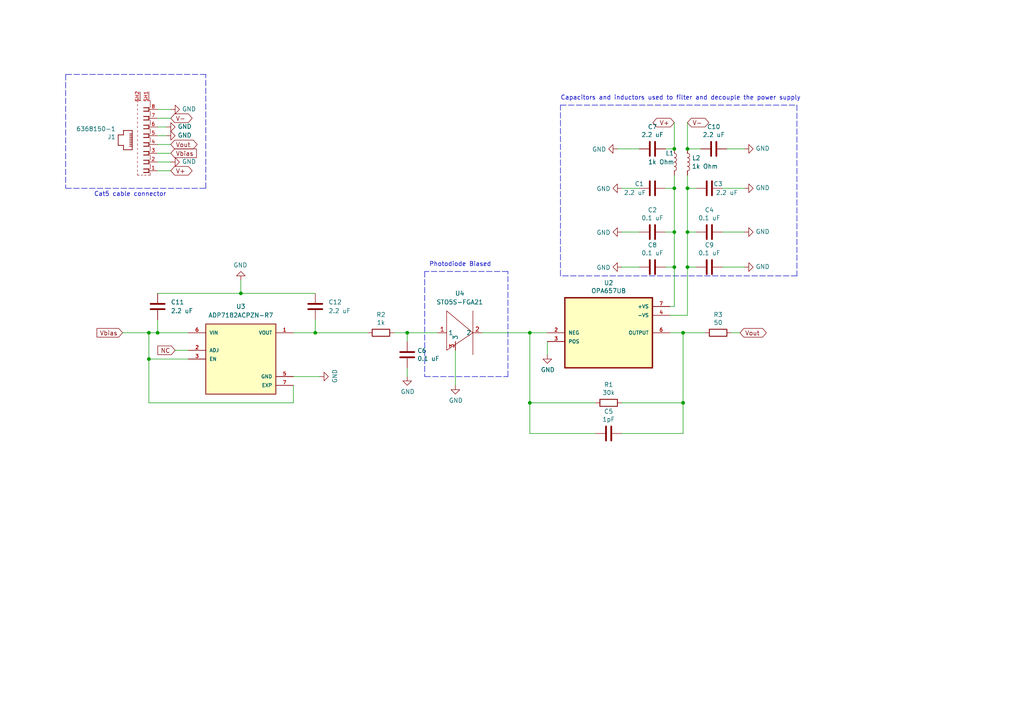
<source format=kicad_sch>
(kicad_sch (version 20211123) (generator eeschema)
  (paper "A4")
  (title_block (date "2021-07-01") (rev "v01") (comment 2 "University of Maryland, College Park") (comment 3 "dbowman3@terpmail.umd.edu") (comment 4 "Deven Bowman"))
  (lib_symbols
    (symbol "ADP7182ACPZN-R7:ADP7182ACPZN-R7" (pin_names (offset 1.016))
      (property "Reference" "U" (at -2.54 15.2654 0))
      (property "Value" "ADP7182ACPZN-R7" (at -2.54 -15.2654 0))
      (symbol "ADP7182ACPZN-R7_0_0"
        (rectangle (start -10.16 -10.16) (end 10.16 10.16) (stroke (width 0.254)) (fill (type background)))
        (pin output line (at 15.24 7.62 180) (length 5.08) (name "VOUT") (number "1"))
        (pin input line (at -15.24 2.54 0) (length 5.08) (name "ADJ") (number "2"))
        (pin input line (at -15.24 0 0) (length 5.08) (name "EN") (number "3"))
        (pin power_in line (at 15.24 -5.08 180) (length 5.08) (name "GND") (number "5"))
        (pin input line (at -15.24 7.62 0) (length 5.08) (name "VIN") (number "6"))
        (pin power_in line (at 15.24 -7.62 180) (length 5.08) (name "EXP") (number "7"))
      )
    )
    (symbol "Device:C" (pin_numbers hide) (pin_names (offset 0.254))
      (property "Reference" "C" (at 0.635 2.54 0))
      (property "Value" "C" (at 0.635 -2.54 0))
      (symbol "C_0_1"
        (polyline (pts (xy -2.032 -0.762) (xy 2.032 -0.762)) (stroke (width 0.508)))
        (polyline (pts (xy -2.032 0.762) (xy 2.032 0.762)) (stroke (width 0.508)))
      )
      (symbol "C_1_1"
        (pin passive line (at 0 3.81 270) (length 2.794) (name "~") (number "1"))
        (pin passive line (at 0 -3.81 90) (length 2.794) (name "~") (number "2"))
      )
    )
    (symbol "Device:L" (pin_numbers hide) (pin_names (offset 1.016) hide)
      (property "Reference" "L" (at -1.27 0 90))
      (property "Value" "L" (at 1.905 0 90))
      (symbol "L_0_1"
        (arc (start 0 -2.54) (mid 0.635 -1.905) (end 0 -1.27))
        (arc (start 0 -1.27) (mid 0.635 -0.635) (end 0 0))
        (arc (start 0 0) (mid 0.635 0.635) (end 0 1.27))
        (arc (start 0 1.27) (mid 0.635 1.905) (end 0 2.54))
      )
      (symbol "L_1_1"
        (pin passive line (at 0 3.81 270) (length 1.27) (name "1") (number "1"))
        (pin passive line (at 0 -3.81 90) (length 1.27) (name "2") (number "2"))
      )
    )
    (symbol "Device:R" (pin_numbers hide) (pin_names (offset 0))
      (property "Reference" "R" (at 2.032 0 90))
      (property "Value" "R" (at 0 0 90))
      (symbol "R_0_1"
        (rectangle (start -1.016 -2.54) (end 1.016 2.54) (stroke (width 0.254)))
      )
      (symbol "R_1_1"
        (pin passive line (at 0 3.81 270) (length 1.27) (name "~") (number "1"))
        (pin passive line (at 0 -3.81 90) (length 1.27) (name "~") (number "2"))
      )
    )
    (symbol "PhotodiodeTIA-rescue:6368150-1-6368150-1" (pin_names (offset 1.016) hide)
      (property "Reference" "J" (at 3.81 10.6934 0))
      (property "Value" "6368150-1-6368150-1" (at 3.81 -10.922 0))
      (symbol "6368150-1-6368150-1_0_0"
        (polyline (pts (xy -0.381 -10.16) (xy 0.254 -10.16)) (stroke (width 0.127)))
        (polyline (pts (xy -0.381 -8.128) (xy -0.381 -10.16)) (stroke (width 0.127)))
        (polyline (pts (xy -0.381 -5.588) (xy -0.381 -7.112)) (stroke (width 0.127)))
        (polyline (pts (xy -0.381 -3.048) (xy -0.381 -4.572)) (stroke (width 0.127)))
        (polyline (pts (xy -0.381 -0.508) (xy -0.381 -2.032)) (stroke (width 0.127)))
        (polyline (pts (xy -0.381 2.032) (xy -0.381 0.508)) (stroke (width 0.127)))
        (polyline (pts (xy -0.381 4.572) (xy -0.381 3.048)) (stroke (width 0.127)))
        (polyline (pts (xy -0.381 7.112) (xy -0.381 5.588)) (stroke (width 0.127)))
        (polyline (pts (xy -0.381 9.652) (xy -0.381 8.128)) (stroke (width 0.127)))
        (polyline (pts (xy -0.381 11.43) (xy -0.381 10.668)) (stroke (width 0.127)))
        (polyline (pts (xy 0 -8.128) (xy 1.524 -8.128)) (stroke (width 0.254)))
        (polyline (pts (xy 0 -7.112) (xy 0 -8.128)) (stroke (width 0.254)))
        (polyline (pts (xy 0 -5.588) (xy 1.524 -5.588)) (stroke (width 0.254)))
        (polyline (pts (xy 0 -4.572) (xy 0 -5.588)) (stroke (width 0.254)))
        (polyline (pts (xy 0 -3.048) (xy 1.524 -3.048)) (stroke (width 0.254)))
        (polyline (pts (xy 0 -2.032) (xy 0 -3.048)) (stroke (width 0.254)))
        (polyline (pts (xy 0 -0.508) (xy 1.524 -0.508)) (stroke (width 0.254)))
        (polyline (pts (xy 0 0.508) (xy 0 -0.508)) (stroke (width 0.254)))
        (polyline (pts (xy 0 2.032) (xy 1.524 2.032)) (stroke (width 0.254)))
        (polyline (pts (xy 0 3.048) (xy 0 2.032)) (stroke (width 0.254)))
        (polyline (pts (xy 0 4.572) (xy 1.524 4.572)) (stroke (width 0.254)))
        (polyline (pts (xy 0 5.588) (xy 0 4.572)) (stroke (width 0.254)))
        (polyline (pts (xy 0 7.112) (xy 1.524 7.112)) (stroke (width 0.254)))
        (polyline (pts (xy 0 8.128) (xy 0 7.112)) (stroke (width 0.254)))
        (polyline (pts (xy 0 9.652) (xy 1.524 9.652)) (stroke (width 0.254)))
        (polyline (pts (xy 0 10.668) (xy 0 9.652)) (stroke (width 0.254)))
        (polyline (pts (xy 0.254 11.43) (xy -0.381 11.43)) (stroke (width 0.127)))
        (polyline (pts (xy 1.016 -10.16) (xy 1.524 -10.16)) (stroke (width 0.127)))
        (polyline (pts (xy 1.27 11.43) (xy 0.762 11.43)) (stroke (width 0.127)))
        (polyline (pts (xy 1.524 -7.112) (xy 0 -7.112)) (stroke (width 0.254)))
        (polyline (pts (xy 1.524 -4.572) (xy 0 -4.572)) (stroke (width 0.254)))
        (polyline (pts (xy 1.524 -2.032) (xy 0 -2.032)) (stroke (width 0.254)))
        (polyline (pts (xy 1.524 0.508) (xy 0 0.508)) (stroke (width 0.254)))
        (polyline (pts (xy 1.524 3.048) (xy 0 3.048)) (stroke (width 0.254)))
        (polyline (pts (xy 1.524 5.588) (xy 0 5.588)) (stroke (width 0.254)))
        (polyline (pts (xy 1.524 8.128) (xy 0 8.128)) (stroke (width 0.254)))
        (polyline (pts (xy 1.524 10.668) (xy 0 10.668)) (stroke (width 0.254)))
        (polyline (pts (xy 2.286 -10.16) (xy 2.794 -10.16)) (stroke (width 0.127)))
        (polyline (pts (xy 2.286 11.43) (xy 1.778 11.43)) (stroke (width 0.127)))
        (polyline (pts (xy 3.048 -10.16) (xy 3.302 -10.16)) (stroke (width 0.127)))
        (polyline (pts (xy 3.302 -10.16) (xy 3.302 -9.652)) (stroke (width 0.127)))
        (polyline (pts (xy 3.302 -9.144) (xy 3.302 -8.636)) (stroke (width 0.127)))
        (polyline (pts (xy 3.302 -7.874) (xy 3.302 -7.366)) (stroke (width 0.127)))
        (polyline (pts (xy 3.302 -6.604) (xy 3.302 -6.096)) (stroke (width 0.127)))
        (polyline (pts (xy 3.302 -5.334) (xy 3.302 -4.826)) (stroke (width 0.127)))
        (polyline (pts (xy 3.302 -4.064) (xy 3.302 -3.556)) (stroke (width 0.127)))
        (polyline (pts (xy 3.302 -2.794) (xy 3.302 -2.286)) (stroke (width 0.127)))
        (polyline (pts (xy 3.302 -1.524) (xy 3.302 -1.016)) (stroke (width 0.127)))
        (polyline (pts (xy 3.302 -0.254) (xy 3.302 0.254)) (stroke (width 0.127)))
        (polyline (pts (xy 3.302 1.016) (xy 3.302 1.524)) (stroke (width 0.127)))
        (polyline (pts (xy 3.302 2.286) (xy 3.302 2.794)) (stroke (width 0.127)))
        (polyline (pts (xy 3.302 3.556) (xy 3.302 4.064)) (stroke (width 0.127)))
        (polyline (pts (xy 3.302 4.826) (xy 3.302 5.334)) (stroke (width 0.127)))
        (polyline (pts (xy 3.302 6.096) (xy 3.302 6.604)) (stroke (width 0.127)))
        (polyline (pts (xy 3.302 7.366) (xy 3.302 7.874)) (stroke (width 0.127)))
        (polyline (pts (xy 3.302 8.636) (xy 3.302 9.144)) (stroke (width 0.127)))
        (polyline (pts (xy 3.302 9.906) (xy 3.302 10.414)) (stroke (width 0.127)))
        (polyline (pts (xy 3.302 10.922) (xy 3.302 11.43)) (stroke (width 0.127)))
        (polyline (pts (xy 3.302 11.43) (xy 2.794 11.43)) (stroke (width 0.127)))
        (polyline (pts (xy 4.826 -1.524) (xy 7.366 -1.524)) (stroke (width 0.2032)))
        (polyline (pts (xy 4.826 -0.508) (xy 4.826 -1.524)) (stroke (width 0.2032)))
        (polyline (pts (xy 4.826 -0.508) (xy 5.588 -0.508)) (stroke (width 0.2032)))
        (polyline (pts (xy 4.826 0) (xy 4.826 -0.508)) (stroke (width 0.2032)))
        (polyline (pts (xy 4.826 0) (xy 5.588 0)) (stroke (width 0.2032)))
        (polyline (pts (xy 4.826 0.508) (xy 4.826 0)) (stroke (width 0.2032)))
        (polyline (pts (xy 4.826 0.508) (xy 5.588 0.508)) (stroke (width 0.2032)))
        (polyline (pts (xy 4.826 1.016) (xy 4.826 0.508)) (stroke (width 0.2032)))
        (polyline (pts (xy 4.826 1.016) (xy 5.588 1.016)) (stroke (width 0.2032)))
        (polyline (pts (xy 4.826 1.524) (xy 4.826 1.016)) (stroke (width 0.2032)))
        (polyline (pts (xy 4.826 1.524) (xy 5.588 1.524)) (stroke (width 0.2032)))
        (polyline (pts (xy 4.826 2.032) (xy 4.826 1.524)) (stroke (width 0.2032)))
        (polyline (pts (xy 4.826 2.032) (xy 5.588 2.032)) (stroke (width 0.2032)))
        (polyline (pts (xy 4.826 2.54) (xy 4.826 2.032)) (stroke (width 0.2032)))
        (polyline (pts (xy 4.826 2.54) (xy 5.588 2.54)) (stroke (width 0.2032)))
        (polyline (pts (xy 4.826 3.048) (xy 4.826 2.54)) (stroke (width 0.2032)))
        (polyline (pts (xy 4.826 3.048) (xy 5.588 3.048)) (stroke (width 0.2032)))
        (polyline (pts (xy 4.826 4.064) (xy 4.826 3.048)) (stroke (width 0.2032)))
        (polyline (pts (xy 7.366 -1.524) (xy 7.366 -0.254)) (stroke (width 0.2032)))
        (polyline (pts (xy 7.366 -0.254) (xy 8.89 -0.254)) (stroke (width 0.2032)))
        (polyline (pts (xy 7.366 2.794) (xy 7.366 4.064)) (stroke (width 0.2032)))
        (polyline (pts (xy 7.366 4.064) (xy 4.826 4.064)) (stroke (width 0.2032)))
        (polyline (pts (xy 8.89 -0.254) (xy 8.89 2.794)) (stroke (width 0.2032)))
        (polyline (pts (xy 8.89 2.794) (xy 7.366 2.794)) (stroke (width 0.2032)))
        (pin passive line (at -2.54 10.16 0) (length 2.54) (name "~") (number "1"))
        (pin passive line (at -2.54 7.62 0) (length 2.54) (name "~") (number "2"))
        (pin passive line (at -2.54 5.08 0) (length 2.54) (name "~") (number "3"))
        (pin passive line (at -2.54 2.54 0) (length 2.54) (name "~") (number "4"))
        (pin passive line (at -2.54 0 0) (length 2.54) (name "~") (number "5"))
        (pin passive line (at -2.54 -2.54 0) (length 2.54) (name "~") (number "6"))
        (pin passive line (at -2.54 -5.08 0) (length 2.54) (name "~") (number "7"))
        (pin passive line (at -2.54 -7.62 0) (length 2.54) (name "~") (number "8"))
        (pin passive line (at 0 -12.7 90) (length 2.54) (name "~") (number "SH1"))
        (pin passive line (at 2.54 -12.7 90) (length 2.54) (name "~") (number "SH2"))
      )
    )
    (symbol "PhotodiodeTIA-rescue:OPA657UB-OPA657UB" (pin_names (offset 1.016))
      (property "Reference" "U" (at -12.7 11.1506 0))
      (property "Value" "OPA657UB-OPA657UB" (at -12.7 -14.1478 0))
      (symbol "OPA657UB-OPA657UB_0_0"
        (rectangle (start -12.7 -10.16) (end 12.7 10.16) (stroke (width 0.4064)) (fill (type background)))
        (pin input line (at -17.78 0 0) (length 5.08) (name "NEG") (number "2"))
        (pin input line (at -17.78 -2.54 0) (length 5.08) (name "POS") (number "3"))
        (pin power_in line (at 17.78 5.08 180) (length 5.08) (name "-VS") (number "4"))
        (pin output line (at 17.78 0 180) (length 5.08) (name "OUTPUT") (number "6"))
        (pin power_in line (at 17.78 7.62 180) (length 5.08) (name "+VS") (number "7"))
      )
    )
    (symbol "STO5S- FGA21:STO5S-FGA21"
      (property "Reference" "U" (at 8.89 7.62 0))
      (property "Value" "STO5S-FGA21" (at 0 7.62 0))
      (symbol "STO5S-FGA21_0_1"
        (polyline (pts (xy 7.62 0) (xy 0 6.35) (xy 0 -5.08) (xy 7.62 0) (xy 7.62 6.35) (xy 7.62 -6.35)))
      )
      (symbol "STO5S-FGA21_1_1"
        (pin input line (at -2.54 0 0) (length 2.54) (name "1") (number "1"))
        (pin input line (at 10.16 0 180) (length 2.54) (name "2") (number "2"))
        (pin input line (at 2.54 -5.08 90) (length 2.54) (name "3") (number "3"))
      )
    )
    (symbol "power:GND" (power) (pin_names (offset 0))
      (property "Value" "GND" (at 0 -3.81 0))
      (symbol "GND_0_1"
        (polyline (pts (xy 0 0) (xy 0 -1.27) (xy 1.27 -1.27) (xy 0 -2.54) (xy -1.27 -1.27) (xy 0 -1.27)))
      )
      (symbol "GND_1_1"
        (pin power_in line (at 0 0 270) (length 0) hide (name "GND") (number "1"))
      )
    )
  )
  (junction (at 195.58 67.31))
  (junction (at 199.39 43.18))
  (junction (at 195.58 77.47))
  (junction (at 91.44 96.52))
  (junction (at 43.18 96.52))
  (junction (at 199.39 77.47))
  (junction (at 153.67 116.84))
  (junction (at 199.39 54.61))
  (junction (at 195.58 54.61))
  (junction (at 45.72 96.52))
  (junction (at 195.58 43.18))
  (junction (at 69.85 85.09))
  (junction (at 118.11 96.52))
  (junction (at 153.67 96.52))
  (junction (at 198.12 116.84))
  (junction (at 43.18 104.14))
  (junction (at 199.39 67.31))
  (junction (at 198.12 96.52))
  (wire (pts (xy 118.11 96.52) (xy 127 96.52)))
  (wire (pts (xy 212.09 96.52) (xy 214.63 96.52)))
  (wire (pts (xy 114.3 96.52) (xy 118.11 96.52)))
  (wire (pts (xy 193.04 77.47) (xy 195.58 77.47)))
  (wire (pts (xy 153.67 125.73) (xy 172.72 125.73)))
  (wire (pts (xy 180.34 67.31) (xy 185.42 67.31)))
  (wire (pts (xy 69.85 85.09) (xy 69.85 81.28)))
  (wire (pts (xy 198.12 96.52) (xy 194.31 96.52)))
  (wire (pts (xy 43.18 104.14) (xy 54.61 104.14)))
  (wire (pts (xy 91.44 96.52) (xy 91.44 92.71)))
  (wire (pts (xy 199.39 54.61) (xy 201.93 54.61)))
  (wire (pts (xy 180.34 54.61) (xy 185.42 54.61)))
  (wire (pts (xy 153.67 116.84) (xy 153.67 125.73)))
  (wire (pts (xy 198.12 96.52) (xy 204.47 96.52)))
  (wire (pts (xy 199.39 43.18) (xy 203.2 43.18)))
  (wire (pts (xy 139.7 96.52) (xy 153.67 96.52)))
  (wire (pts (xy 132.08 101.6) (xy 132.08 111.76)))
  (wire (pts (xy 195.58 54.61) (xy 193.04 54.61)))
  (wire (pts (xy 201.93 77.47) (xy 199.39 77.47)))
  (wire (pts (xy 209.55 54.61) (xy 215.9 54.61)))
  (wire (pts (xy 199.39 67.31) (xy 201.93 67.31)))
  (wire (pts (xy 199.39 50.8) (xy 199.39 54.61)))
  (wire (pts (xy 180.34 116.84) (xy 198.12 116.84)))
  (wire (pts (xy 153.67 116.84) (xy 172.72 116.84)))
  (wire (pts (xy 195.58 35.56) (xy 195.58 43.18)))
  (wire (pts (xy 49.53 46.99) (xy 45.72 46.99)))
  (wire (pts (xy 118.11 106.68) (xy 118.11 109.22)))
  (wire (pts (xy 195.58 67.31) (xy 193.04 67.31)))
  (wire (pts (xy 45.72 85.09) (xy 69.85 85.09)))
  (polyline (pts (xy 123.19 109.22) (xy 147.32 109.22)))
  (wire (pts (xy 49.53 41.91) (xy 45.72 41.91)))
  (wire (pts (xy 210.82 43.18) (xy 215.9 43.18)))
  (polyline (pts (xy 231.14 80.01) (xy 162.56 80.01)))
  (wire (pts (xy 209.55 67.31) (xy 215.9 67.31)))
  (wire (pts (xy 185.42 43.18) (xy 179.07 43.18)))
  (wire (pts (xy 199.39 35.56) (xy 199.39 43.18)))
  (wire (pts (xy 43.18 96.52) (xy 45.72 96.52)))
  (wire (pts (xy 193.04 43.18) (xy 195.58 43.18)))
  (wire (pts (xy 43.18 116.84) (xy 85.09 116.84)))
  (polyline (pts (xy 59.69 21.59) (xy 19.05 21.59)))
  (polyline (pts (xy 19.05 54.61) (xy 59.69 54.61)))
  (wire (pts (xy 185.42 77.47) (xy 180.34 77.47)))
  (wire (pts (xy 194.31 91.44) (xy 199.39 91.44)))
  (wire (pts (xy 198.12 125.73) (xy 198.12 116.84)))
  (wire (pts (xy 153.67 96.52) (xy 158.75 96.52)))
  (wire (pts (xy 194.31 88.9) (xy 195.58 88.9)))
  (wire (pts (xy 49.53 34.29) (xy 45.72 34.29)))
  (wire (pts (xy 199.39 67.31) (xy 199.39 77.47)))
  (wire (pts (xy 85.09 116.84) (xy 85.09 111.76)))
  (wire (pts (xy 43.18 96.52) (xy 43.18 104.14)))
  (wire (pts (xy 45.72 96.52) (xy 54.61 96.52)))
  (polyline (pts (xy 162.56 80.01) (xy 162.56 30.48)))
  (wire (pts (xy 48.26 39.37) (xy 45.72 39.37)))
  (polyline (pts (xy 19.05 21.59) (xy 19.05 54.61)))
  (wire (pts (xy 158.75 102.87) (xy 158.75 99.06)))
  (wire (pts (xy 118.11 99.06) (xy 118.11 96.52)))
  (wire (pts (xy 49.53 44.45) (xy 45.72 44.45)))
  (wire (pts (xy 199.39 77.47) (xy 199.39 91.44)))
  (wire (pts (xy 49.53 49.53) (xy 45.72 49.53)))
  (wire (pts (xy 45.72 31.75) (xy 49.53 31.75)))
  (wire (pts (xy 50.8 101.6) (xy 54.61 101.6)))
  (wire (pts (xy 35.56 96.52) (xy 43.18 96.52)))
  (wire (pts (xy 195.58 77.47) (xy 195.58 88.9)))
  (wire (pts (xy 195.58 54.61) (xy 195.58 50.8)))
  (wire (pts (xy 199.39 54.61) (xy 199.39 67.31)))
  (polyline (pts (xy 123.19 78.74) (xy 123.19 109.22)))
  (polyline (pts (xy 147.32 78.74) (xy 123.19 78.74)))
  (wire (pts (xy 91.44 96.52) (xy 106.68 96.52)))
  (wire (pts (xy 85.09 109.22) (xy 92.71 109.22)))
  (wire (pts (xy 215.9 77.47) (xy 209.55 77.47)))
  (wire (pts (xy 43.18 104.14) (xy 43.18 116.84)))
  (wire (pts (xy 198.12 116.84) (xy 198.12 96.52)))
  (wire (pts (xy 195.58 67.31) (xy 195.58 77.47)))
  (polyline (pts (xy 59.69 54.61) (xy 59.69 21.59)))
  (wire (pts (xy 195.58 67.31) (xy 195.58 54.61)))
  (wire (pts (xy 48.26 36.83) (xy 45.72 36.83)))
  (polyline (pts (xy 147.32 109.22) (xy 147.32 78.74)))
  (wire (pts (xy 85.09 96.52) (xy 91.44 96.52)))
  (wire (pts (xy 180.34 125.73) (xy 198.12 125.73)))
  (polyline (pts (xy 231.14 30.48) (xy 231.14 80.01)))
  (wire (pts (xy 69.85 85.09) (xy 91.44 85.09)))
  (wire (pts (xy 45.72 92.71) (xy 45.72 96.52)))
  (wire (pts (xy 153.67 96.52) (xy 153.67 116.84)))
  (polyline (pts (xy 162.56 30.48) (xy 231.14 30.48)))
  (text "Cat5 cable connector" (at 48.26 57.15 180) (effects (font (size 1.27 1.27)) (justify right bottom)))
  (text "Capacitors and inductors used to filter and decouple the power supply" (at 162.56 29.21 0) (effects (font (size 1.27 1.27)) (justify left bottom)))
  (text "Photodiode Biased" (at 124.46 77.47 0) (effects (font (size 1.27 1.27)) (justify left bottom)))
  (global_label "Vout" (shape bidirectional) (at 214.63 96.52 0) (property "Intersheet References" "${INTERSHEET_REFS}" (effects hide)))
  (global_label "Vbias" (shape input) (at 35.56 96.52 180) (property "Intersheet References" "${INTERSHEET_REFS}" (effects hide)))
  (global_label "V-" (shape bidirectional) (at 49.53 34.29 0) (property "Intersheet References" "${INTERSHEET_REFS}" (effects hide)))
  (global_label "V+" (shape bidirectional) (at 49.53 49.53 0) (property "Intersheet References" "${INTERSHEET_REFS}" (effects hide)))
  (global_label "NC" (shape input) (at 50.8 101.6 180) (property "Intersheet References" "${INTERSHEET_REFS}" (effects hide)))
  (global_label "V+" (shape bidirectional) (at 195.58 35.56 180) (property "Intersheet References" "${INTERSHEET_REFS}" (effects hide)))
  (global_label "Vout" (shape bidirectional) (at 49.53 41.91 0) (property "Intersheet References" "${INTERSHEET_REFS}" (effects hide)))
  (global_label "Vbias" (shape input) (at 49.53 44.45 0) (property "Intersheet References" "${INTERSHEET_REFS}" (effects hide)))
  (global_label "V-" (shape bidirectional) (at 199.39 35.56 0) (property "Intersheet References" "${INTERSHEET_REFS}" (effects hide)))
  (symbol (lib_id "PhotodiodeTIA-rescue:6368150-1-6368150-1") (at 43.18 39.37 180) (unit 1)
    (property "Reference" "J1" (at 33.5534 39.7002 0) (effects (justify left)))
    (property "Value" "6368150-1" (at 33.5534 37.3888 0) (effects (justify left)))
    (property "Footprint" "6368150-1:TE_6368150-1" (effects hide))
    (property "EU_RoHS_Compliance" "Compliant" (effects hide))
    (property "Comment" "6368150-1" (effects hide))
  )
  (symbol (lib_id "PhotodiodeTIA-rescue:OPA657UB-OPA657UB") (at 176.53 96.52 0) (unit 1)
    (property "Reference" "U2" (at 176.53 82.042 0))
    (property "Value" "OPA657UB" (at 176.53 84.3534 0))
    (property "Footprint" "OPA657UB:SOIC127P599X175-8N" (effects hide))
  )
  (symbol (lib_id "Device:C") (at 189.23 67.31 270) (unit 1)
    (property "Reference" "C2" (at 189.23 60.9092 90))
    (property "Value" "0.1 uF" (at 189.23 63.2206 90))
    (property "Footprint" "Capacitor_SMD:C_0603_1608Metric" (effects hide))
  )
  (symbol (lib_id "Device:C") (at 189.23 54.61 270) (unit 1)
    (property "Reference" "C1" (at 185.42 53.34 90))
    (property "Value" "2.2 uF" (at 184.15 55.88 90))
    (property "Footprint" "Capacitor_SMD:C_0805_2012Metric" (effects hide))
  )
  (symbol (lib_id "Device:R") (at 176.53 116.84 270) (unit 1)
    (property "Reference" "R1" (at 176.53 111.5822 90))
    (property "Value" "30k" (at 176.53 113.8936 90))
    (property "Footprint" "Resistor_SMD:R_0603_1608Metric" (effects hide))
  )
  (symbol (lib_id "Device:C") (at 205.74 67.31 90) (unit 1)
    (property "Reference" "C4" (at 205.74 60.9092 90))
    (property "Value" "0.1 uF" (at 205.74 63.2206 90))
    (property "Footprint" "Capacitor_SMD:C_0603_1608Metric" (effects hide))
  )
  (symbol (lib_id "Device:C") (at 205.74 54.61 270) (unit 1)
    (property "Reference" "C3" (at 208.28 53.34 90))
    (property "Value" "2.2 uF" (at 210.82 55.88 90))
    (property "Footprint" "Capacitor_SMD:C_0805_2012Metric" (effects hide))
  )
  (symbol (lib_id "power:GND") (at 132.08 111.76 0) (unit 1)
    (property "Reference" "#PWR02" (effects hide))
    (property "Value" "GND" (at 132.207 116.1542 0))
  )
  (symbol (lib_id "power:GND") (at 158.75 102.87 0) (unit 1)
    (property "Reference" "#PWR03" (effects hide))
    (property "Value" "GND" (at 158.877 107.2642 0))
  )
  (symbol (lib_id "power:GND") (at 180.34 54.61 270) (unit 1)
    (property "Reference" "#PWR04" (effects hide))
    (property "Value" "GND" (at 177.0888 54.737 90) (effects (justify right)))
  )
  (symbol (lib_id "power:GND") (at 180.34 67.31 270) (unit 1)
    (property "Reference" "#PWR05" (effects hide))
    (property "Value" "GND" (at 177.0888 67.437 90) (effects (justify right)))
  )
  (symbol (lib_id "power:GND") (at 215.9 54.61 90) (unit 1)
    (property "Reference" "#PWR06" (effects hide))
    (property "Value" "GND" (at 219.1512 54.483 90) (effects (justify right)))
  )
  (symbol (lib_id "power:GND") (at 215.9 67.31 90) (unit 1)
    (property "Reference" "#PWR07" (effects hide))
    (property "Value" "GND" (at 219.1512 67.183 90) (effects (justify right)))
  )
  (symbol (lib_id "power:GND") (at 49.53 46.99 90) (unit 1)
    (property "Reference" "#PWR08" (effects hide))
    (property "Value" "GND" (at 52.7812 46.863 90) (effects (justify right)))
  )
  (symbol (lib_id "Device:C") (at 176.53 125.73 90) (unit 1)
    (property "Reference" "C5" (at 176.53 119.3292 90))
    (property "Value" "1pF" (at 176.53 121.6406 90))
    (property "Footprint" "Capacitor_SMD:C_0603_1608Metric" (effects hide))
  )
  (symbol (lib_id "Device:C") (at 118.11 102.87 0) (unit 1)
    (property "Reference" "C6" (at 121.031 101.7016 0) (effects (justify left)))
    (property "Value" "0.1 uF" (at 121.031 104.013 0) (effects (justify left)))
    (property "Footprint" "Capacitor_SMD:C_0603_1608Metric" (effects hide))
  )
  (symbol (lib_id "Device:R") (at 110.49 96.52 270) (unit 1)
    (property "Reference" "R2" (at 110.49 91.2622 90))
    (property "Value" "1k" (at 110.49 93.5736 90))
    (property "Footprint" "Resistor_SMD:R_0603_1608Metric" (effects hide))
  )
  (symbol (lib_id "power:GND") (at 118.11 109.22 0) (unit 1)
    (property "Reference" "#PWR01" (effects hide))
    (property "Value" "GND" (at 118.237 113.6142 0))
  )
  (symbol (lib_id "power:GND") (at 48.26 36.83 90) (unit 1)
    (property "Reference" "#PWR0101" (effects hide))
    (property "Value" "GND" (at 51.5112 36.703 90) (effects (justify right)))
  )
  (symbol (lib_id "power:GND") (at 48.26 39.37 90) (unit 1)
    (property "Reference" "#PWR0102" (effects hide))
    (property "Value" "GND" (at 51.5112 39.243 90) (effects (justify right)))
  )
  (symbol (lib_id "power:GND") (at 49.53 31.75 90) (unit 1)
    (property "Reference" "#PWR09" (effects hide))
    (property "Value" "GND" (at 52.7812 31.623 90) (effects (justify right)))
  )
  (symbol (lib_id "Device:R") (at 208.28 96.52 270) (unit 1)
    (property "Reference" "R3" (at 208.28 91.2622 90))
    (property "Value" "50" (at 208.28 93.5736 90))
    (property "Footprint" "Resistor_SMD:R_0603_1608Metric" (effects hide))
  )
  (symbol (lib_id "Device:C") (at 189.23 77.47 270) (unit 1)
    (property "Reference" "C8" (at 189.23 71.0692 90))
    (property "Value" "0.1 uF" (at 189.23 73.3806 90))
    (property "Footprint" "Capacitor_SMD:C_0603_1608Metric" (effects hide))
  )
  (symbol (lib_id "power:GND") (at 180.34 77.47 270) (unit 1)
    (property "Reference" "#PWR011" (effects hide))
    (property "Value" "GND" (at 177.0888 77.597 90) (effects (justify right)))
  )
  (symbol (lib_id "Device:C") (at 205.74 77.47 90) (unit 1)
    (property "Reference" "C9" (at 205.74 71.0692 90))
    (property "Value" "0.1 uF" (at 205.74 73.3806 90))
    (property "Footprint" "Capacitor_SMD:C_0603_1608Metric" (effects hide))
  )
  (symbol (lib_id "power:GND") (at 215.9 77.47 90) (unit 1)
    (property "Reference" "#PWR013" (effects hide))
    (property "Value" "GND" (at 219.1512 77.343 90) (effects (justify right)))
  )
  (symbol (lib_id "Device:L") (at 195.58 46.99 0) (unit 1)
    (property "Reference" "L1" (at 193.04 44.45 0) (effects (justify left)))
    (property "Value" "1k Ohm" (at 187.96 46.99 0) (effects (justify left)))
    (property "Footprint" "Inductor_SMD:L_0603_1608Metric" (effects hide))
  )
  (symbol (lib_id "Device:L") (at 199.39 46.99 0) (unit 1)
    (property "Reference" "L2" (at 200.7108 45.8216 0) (effects (justify left)))
    (property "Value" "1k Ohm" (at 200.66 48.26 0) (effects (justify left)))
    (property "Footprint" "Inductor_SMD:L_0603_1608Metric" (effects hide))
  )
  (symbol (lib_id "Device:C") (at 189.23 43.18 270) (unit 1)
    (property "Reference" "C7" (at 189.23 36.7792 90))
    (property "Value" "2.2 uF" (at 189.23 39.0906 90))
    (property "Footprint" "Capacitor_SMD:C_0805_2012Metric" (effects hide))
  )
  (symbol (lib_id "Device:C") (at 207.01 43.18 270) (unit 1)
    (property "Reference" "C10" (at 207.01 36.7792 90))
    (property "Value" "2.2 uF" (at 207.01 39.0906 90))
    (property "Footprint" "Capacitor_SMD:C_0805_2012Metric" (effects hide))
  )
  (symbol (lib_id "power:GND") (at 215.9 43.18 90) (unit 1)
    (property "Reference" "#PWR012" (effects hide))
    (property "Value" "GND" (at 219.1512 43.053 90) (effects (justify right)))
  )
  (symbol (lib_id "power:GND") (at 179.07 43.18 270) (unit 1)
    (property "Reference" "#PWR010" (effects hide))
    (property "Value" "GND" (at 175.8188 43.307 90) (effects (justify right)))
  )
  (symbol (lib_id "power:GND") (at 69.85 81.28 180) (unit 1)
    (property "Reference" "#PWR014" (effects hide))
    (property "Value" "GND" (at 69.723 76.8858 0))
  )
  (symbol (lib_id "STO5S- FGA21:STO5S-FGA21") (at 129.54 96.52 0) (unit 1)
    (property "Reference" "U4" (at 133.35 85.09 0))
    (property "Value" "STO5S-FGA21" (at 133.35 87.63 0))
    (property "Footprint" "DiodeSocket:STO5S" (effects hide))
  )
  (symbol (lib_id "Device:C") (at 45.72 88.9 0) (unit 1)
    (property "Reference" "C11" (at 49.53 87.6299 0) (effects (justify left)))
    (property "Value" "2.2 uF" (at 49.53 90.1699 0) (effects (justify left)))
    (property "Footprint" "Capacitor_SMD:C_0805_2012Metric" (effects hide))
  )
  (symbol (lib_id "ADP7182ACPZN-R7:ADP7182ACPZN-R7") (at 69.85 104.14 0) (unit 1)
    (property "Reference" "U3" (at 69.85 88.9 0))
    (property "Value" "ADP7182ACPZN-R7" (at 69.85 91.44 0))
    (property "Footprint" "ADP7182ACPZN-R7:SON65P200X200X65-7N" (effects hide))
    (property "MANUFACTURER" "ANALOG DEVICES" (effects hide))
  )
  (symbol (lib_id "Device:C") (at 91.44 88.9 0) (unit 1)
    (property "Reference" "C12" (at 95.25 87.6299 0) (effects (justify left)))
    (property "Value" "2.2 uF" (at 95.25 90.1699 0) (effects (justify left)))
    (property "Footprint" "Capacitor_SMD:C_0805_2012Metric" (effects hide))
  )
  (symbol (lib_id "power:GND") (at 92.71 109.22 90) (unit 1)
    (property "Reference" "#PWR015" (effects hide))
    (property "Value" "GND" (at 97.1042 109.093 0))
  )
)
</source>
